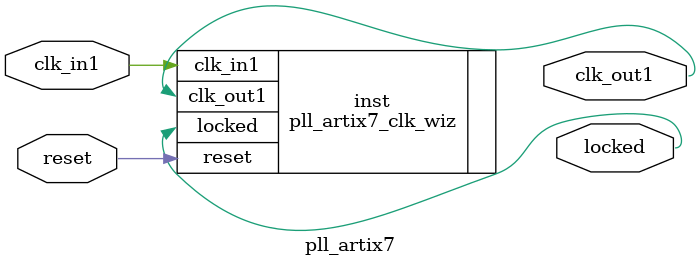
<source format=v>


`timescale 1ps/1ps

(* CORE_GENERATION_INFO = "pll_artix7,clk_wiz_v6_0_10_0_0,{component_name=pll_artix7,use_phase_alignment=true,use_min_o_jitter=false,use_max_i_jitter=false,use_dyn_phase_shift=false,use_inclk_switchover=false,use_dyn_reconfig=false,enable_axi=0,feedback_source=FDBK_AUTO,PRIMITIVE=PLL,num_out_clk=1,clkin1_period=10.000,clkin2_period=10.000,use_power_down=false,use_reset=true,use_locked=true,use_inclk_stopped=false,feedback_type=SINGLE,CLOCK_MGR_TYPE=NA,manual_override=false}" *)

module pll_artix7 
 (
  // Clock out ports
  output        clk_out1,
  // Status and control signals
  input         reset,
  output        locked,
 // Clock in ports
  input         clk_in1
 );

  pll_artix7_clk_wiz inst
  (
  // Clock out ports  
  .clk_out1(clk_out1),
  // Status and control signals               
  .reset(reset), 
  .locked(locked),
 // Clock in ports
  .clk_in1(clk_in1)
  );

endmodule

</source>
